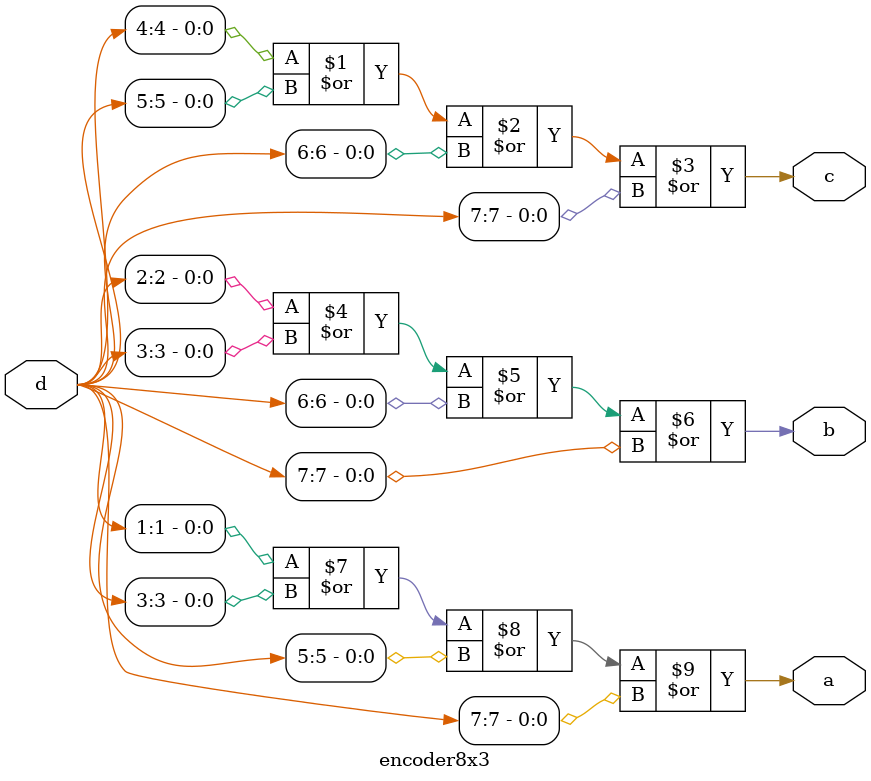
<source format=v>
module encoder8x3 (input [7:0] d, output a, b, c);
    or (c, d[4], d[5], d[6], d[7]);
    or (b, d[2], d[3], d[6], d[7]);
    or (a, d[1], d[3], d[5], d[7]);
endmodule

</source>
